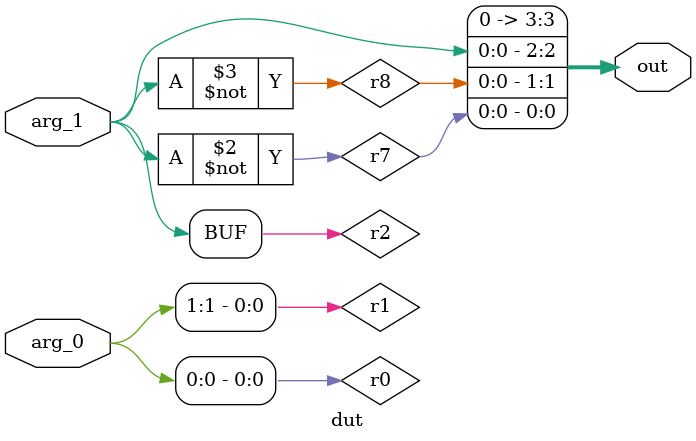
<source format=v>
    module testbench();
        reg [1:0] clock_reset;
        reg [0:0] i;
        wire [3:0] o;
        reg [3:0] rust_out;
        dut t (.arg_0(clock_reset),.arg_1(i),.out(o));
        initial begin
            #0;
            clock_reset = 2'b10;
            i = 1'b0;
            rust_out = 4'b0011;
            #1;
            if (o !== rust_out) begin
                $display("ASSERTION FAILED 0x%0h !== 0x%0h CASE Test 1 at time 0", o, rust_out);
                $finish;
            end
            #49;
            clock_reset = 2'b11;
            i = 1'b0;
            rust_out = 4'b0011;
            #1;
            clock_reset = 2'b11;
            i = 1'b0;
            rust_out = 4'b0011;
            #1;
            if (o !== rust_out) begin
                $display("ASSERTION FAILED 0x%0h !== 0x%0h CASE Test 3 at time 51", o, rust_out);
                $finish;
            end
            #48;
            clock_reset = 2'b10;
            i = 1'b0;
            rust_out = 4'b0011;
            #1;
            if (o !== rust_out) begin
                $display("ASSERTION FAILED 0x%0h !== 0x%0h CASE Test 4 at time 100", o, rust_out);
                $finish;
            end
            #49;
            clock_reset = 2'b11;
            i = 1'b0;
            rust_out = 4'b0011;
            #1;
            clock_reset = 2'b11;
            i = 1'b0;
            rust_out = 4'b0011;
            #1;
            if (o !== rust_out) begin
                $display("ASSERTION FAILED 0x%0h !== 0x%0h CASE Test 6 at time 151", o, rust_out);
                $finish;
            end
            #48;
            clock_reset = 2'b10;
            i = 1'b0;
            rust_out = 4'b0011;
            #1;
            if (o !== rust_out) begin
                $display("ASSERTION FAILED 0x%0h !== 0x%0h CASE Test 7 at time 200", o, rust_out);
                $finish;
            end
            #49;
            clock_reset = 2'b11;
            i = 1'b0;
            rust_out = 4'b0011;
            #1;
            clock_reset = 2'b11;
            i = 1'b0;
            rust_out = 4'b0011;
            #1;
            if (o !== rust_out) begin
                $display("ASSERTION FAILED 0x%0h !== 0x%0h CASE Test 9 at time 251", o, rust_out);
                $finish;
            end
            #48;
            clock_reset = 2'b10;
            i = 1'b0;
            rust_out = 4'b0011;
            #1;
            if (o !== rust_out) begin
                $display("ASSERTION FAILED 0x%0h !== 0x%0h CASE Test 10 at time 300", o, rust_out);
                $finish;
            end
            #49;
            clock_reset = 2'b11;
            i = 1'b0;
            rust_out = 4'b0011;
            #1;
            clock_reset = 2'b01;
            i = 1'b0;
            rust_out = 4'b0011;
            #1;
            if (o !== rust_out) begin
                $display("ASSERTION FAILED 0x%0h !== 0x%0h CASE Test 12 at time 351", o, rust_out);
                $finish;
            end
            #48;
            clock_reset = 2'b00;
            i = 1'b0;
            rust_out = 4'b0011;
            #1;
            if (o !== rust_out) begin
                $display("ASSERTION FAILED 0x%0h !== 0x%0h CASE Test 13 at time 400", o, rust_out);
                $finish;
            end
            #49;
            clock_reset = 2'b01;
            i = 1'b0;
            rust_out = 4'b0011;
            #1;
            clock_reset = 2'b01;
            i = 1'b1;
            rust_out = 4'b0100;
            #1;
            if (o !== rust_out) begin
                $display("ASSERTION FAILED 0x%0h !== 0x%0h CASE Test 15 at time 451", o, rust_out);
                $finish;
            end
            #48;
            clock_reset = 2'b00;
            i = 1'b1;
            rust_out = 4'b0100;
            #1;
            if (o !== rust_out) begin
                $display("ASSERTION FAILED 0x%0h !== 0x%0h CASE Test 16 at time 500", o, rust_out);
                $finish;
            end
            #49;
            clock_reset = 2'b01;
            i = 1'b1;
            rust_out = 4'b0100;
            $display("TESTBENCH OK", );
            $finish;
        end
    endmodule
    //
    module dut(input wire [1:0] arg_0, input wire [0:0] arg_1, output reg [3:0] out);
        reg [0:0] r0;
        reg [0:0] r1;
        reg [0:0] r2;
        reg [0:0] r7;
        reg [0:0] r8;
        always @(*) begin
            r0 = arg_0[0];
            r1 = arg_0[1];
            r2 = arg_1[0];
            // let d = D::dont_care();
            //
            // let index = bits(3);
            //
            // d.indexor = (index, [bits(1), bits(2), bits(3), bits(4), ], );
            //
            // let o = if i {
            //    q.indexor
            // }
            //  else {
            //    bits(3)
            // }
            // ;
            //
            // q.indexor
            //
            // bits(3)
            //
            // (o, d, )
            //
            // let (ndx, arr, ) = i;
            //
            // let out = arr[ndx];
            //
            // (out, (), )
            //
            r7 = ~(r2);
            r8 = ~(r2);
            out = { 1'b0, r2, r8, r7 };
        end
    endmodule

</source>
